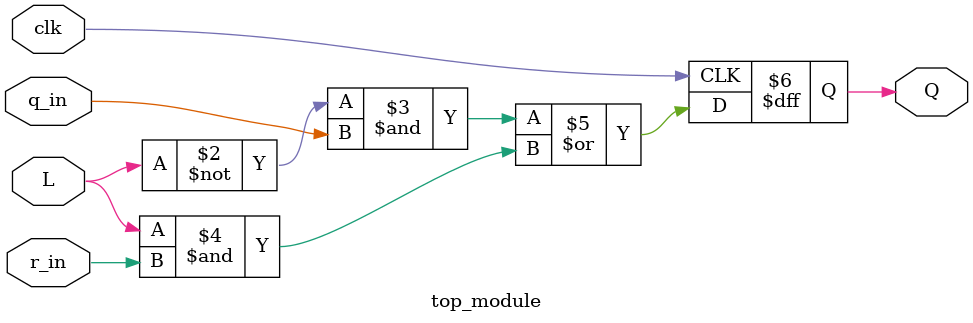
<source format=v>
module top_module (
	input clk,
	input L,
	input r_in,
	input q_in,
	output reg Q);
    
    always @(posedge clk) begin
        Q <= (~L & q_in) | (L & r_in);
    end
    
    

endmodule


</source>
